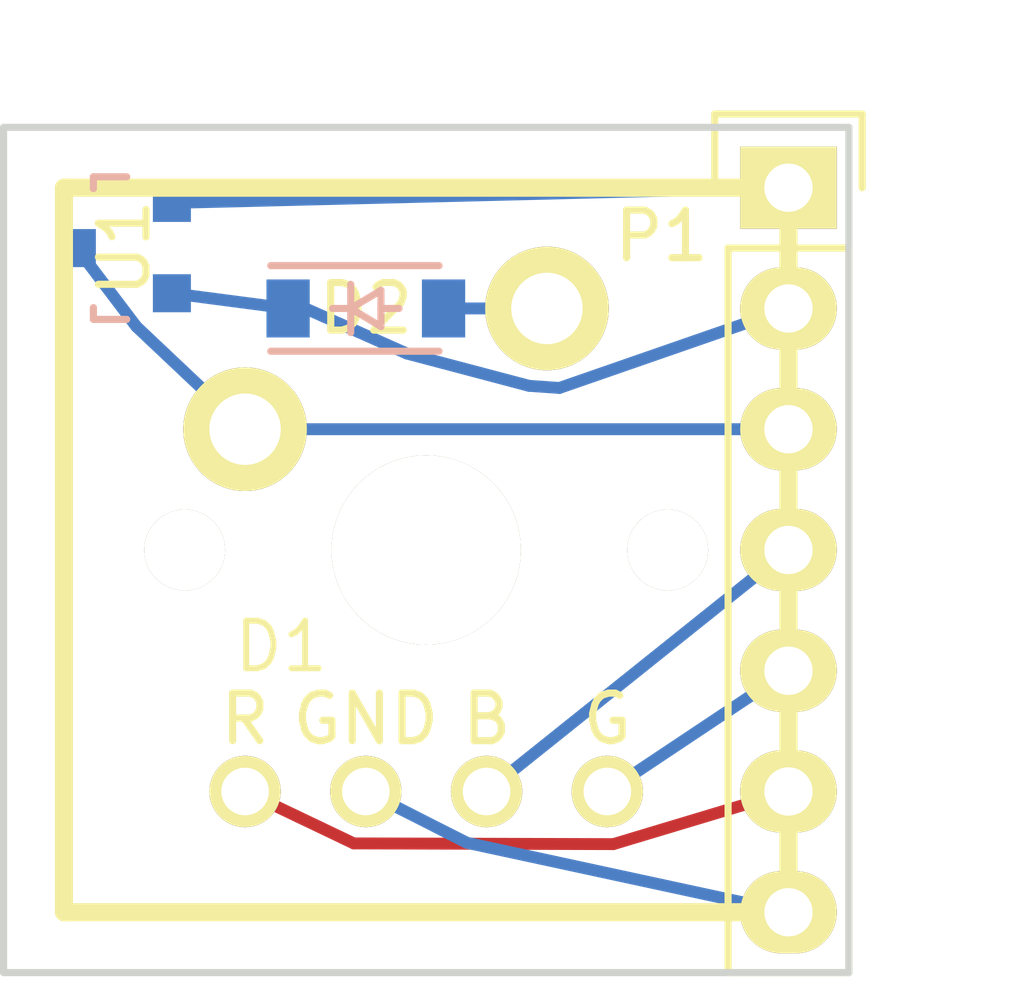
<source format=kicad_pcb>
(kicad_pcb (version 4) (host pcbnew 4.0.1-stable)

  (general
    (links 10)
    (no_connects 0)
    (area -8.965001 -11.845 12.728334 10.6267)
    (thickness 1.6)
    (drawings 4)
    (tracks 18)
    (zones 0)
    (modules 5)
    (nets 9)
  )

  (page A4)
  (layers
    (0 F.Cu signal)
    (31 B.Cu signal)
    (32 B.Adhes user)
    (33 F.Adhes user)
    (34 B.Paste user)
    (35 F.Paste user)
    (36 B.SilkS user)
    (37 F.SilkS user)
    (38 B.Mask user)
    (39 F.Mask user)
    (40 Dwgs.User user)
    (41 Cmts.User user)
    (42 Eco1.User user)
    (43 Eco2.User user)
    (44 Edge.Cuts user)
    (45 Margin user)
    (46 B.CrtYd user)
    (47 F.CrtYd user)
    (48 B.Fab user)
    (49 F.Fab user)
  )

  (setup
    (last_trace_width 0.25)
    (trace_clearance 0.2)
    (zone_clearance 0.508)
    (zone_45_only no)
    (trace_min 0.2)
    (segment_width 0.2)
    (edge_width 0.15)
    (via_size 0.6)
    (via_drill 0.4)
    (via_min_size 0.4)
    (via_min_drill 0.3)
    (uvia_size 0.3)
    (uvia_drill 0.1)
    (uvias_allowed no)
    (uvia_min_size 0.2)
    (uvia_min_drill 0.1)
    (pcb_text_width 0.3)
    (pcb_text_size 1.5 1.5)
    (mod_edge_width 0.15)
    (mod_text_size 1 1)
    (mod_text_width 0.15)
    (pad_size 1.524 1.524)
    (pad_drill 0.762)
    (pad_to_mask_clearance 0.2)
    (aux_axis_origin 0 0)
    (visible_elements 7FFFFFFF)
    (pcbplotparams
      (layerselection 0x00030_80000001)
      (usegerberextensions false)
      (excludeedgelayer true)
      (linewidth 0.100000)
      (plotframeref false)
      (viasonmask false)
      (mode 1)
      (useauxorigin false)
      (hpglpennumber 1)
      (hpglpenspeed 20)
      (hpglpendiameter 15)
      (hpglpenoverlay 2)
      (psnegative false)
      (psa4output false)
      (plotreference true)
      (plotvalue true)
      (plotinvisibletext false)
      (padsonsilk false)
      (subtractmaskfromsilk false)
      (outputformat 1)
      (mirror false)
      (drillshape 1)
      (scaleselection 1)
      (outputdirectory ""))
  )

  (net 0 "")
  (net 1 /Row)
  (net 2 "Net-(D2-Pad2)")
  (net 3 /SCIO)
  (net 4 /Col)
  (net 5 /LED-3)
  (net 6 /LED-2)
  (net 7 /LED-4)
  (net 8 /LED-1)

  (net_class Default "This is the default net class."
    (clearance 0.2)
    (trace_width 0.25)
    (via_dia 0.6)
    (via_drill 0.4)
    (uvia_dia 0.3)
    (uvia_drill 0.1)
    (add_net /Col)
    (add_net /LED-1)
    (add_net /LED-2)
    (add_net /LED-3)
    (add_net /LED-4)
    (add_net /Row)
    (add_net /SCIO)
    (add_net "Net-(D2-Pad2)")
  )

  (module prettylib:RGB (layer F.Cu) (tedit 56F09324) (tstamp 57235DBA)
    (at 0 0)
    (path /57227EDF)
    (fp_text reference D1 (at -3.048 2.032) (layer F.SilkS)
      (effects (font (size 1 1) (thickness 0.125)))
    )
    (fp_text value Led_RGB_CA (at 0 0) (layer F.SilkS) hide
      (effects (font (size 0.127 0.127) (thickness 0.000001)))
    )
    (fp_text user G (at 3.81 3.556) (layer F.SilkS)
      (effects (font (size 1 1) (thickness 0.15)))
    )
    (fp_text user B (at 1.27 3.556) (layer F.SilkS)
      (effects (font (size 1 1) (thickness 0.15)))
    )
    (fp_text user GND (at -1.27 3.556) (layer F.SilkS)
      (effects (font (size 1 1) (thickness 0.15)))
    )
    (fp_text user R (at -3.81 3.556) (layer F.SilkS)
      (effects (font (size 1 1) (thickness 0.15)))
    )
    (pad 3 thru_hole circle (at 3.81 5.08) (size 1.5 1.5) (drill 1) (layers *.Cu *.Mask F.SilkS)
      (net 5 /LED-3))
    (pad 2 thru_hole circle (at -3.81 5.08) (size 1.5 1.5) (drill 1) (layers *.Cu *.Mask F.SilkS)
      (net 6 /LED-2))
    (pad 4 thru_hole circle (at 1.27 5.08) (size 1.5 1.5) (drill 1) (layers *.Cu *.Mask F.SilkS)
      (net 7 /LED-4))
    (pad 1 thru_hole circle (at -1.27 5.08) (size 1.5 1.5) (drill 1) (layers *.Cu *.Mask F.SilkS)
      (net 8 /LED-1))
    (model cherry_mx1.wrl
      (at (xyz 0 0 0))
      (scale (xyz 1 1 1))
      (rotate (xyz 0 0 0))
    )
  )

  (module Diodes_SMD:SOD-123 (layer B.Cu) (tedit 57235F50) (tstamp 57235DC0)
    (at -1.27 -5.08)
    (descr SOD-123)
    (tags SOD-123)
    (path /57227F44)
    (attr smd)
    (fp_text reference D2 (at 0 0) (layer F.SilkS)
      (effects (font (size 1 1) (thickness 0.15)))
    )
    (fp_text value D (at 0 -2.1) (layer B.Fab)
      (effects (font (size 1 1) (thickness 0.15)) (justify mirror))
    )
    (fp_line (start 0.3175 0) (end 0.6985 0) (layer B.SilkS) (width 0.15))
    (fp_line (start -0.6985 0) (end -0.3175 0) (layer B.SilkS) (width 0.15))
    (fp_line (start -0.3175 0) (end 0.3175 0.381) (layer B.SilkS) (width 0.15))
    (fp_line (start 0.3175 0.381) (end 0.3175 -0.381) (layer B.SilkS) (width 0.15))
    (fp_line (start 0.3175 -0.381) (end -0.3175 0) (layer B.SilkS) (width 0.15))
    (fp_line (start -0.3175 0.508) (end -0.3175 -0.508) (layer B.SilkS) (width 0.15))
    (fp_line (start -2.25 1.05) (end 2.25 1.05) (layer B.CrtYd) (width 0.05))
    (fp_line (start 2.25 1.05) (end 2.25 -1.05) (layer B.CrtYd) (width 0.05))
    (fp_line (start 2.25 -1.05) (end -2.25 -1.05) (layer B.CrtYd) (width 0.05))
    (fp_line (start -2.25 1.05) (end -2.25 -1.05) (layer B.CrtYd) (width 0.05))
    (fp_line (start -2 -0.9) (end 1.54 -0.9) (layer B.SilkS) (width 0.15))
    (fp_line (start -2 0.9) (end 1.54 0.9) (layer B.SilkS) (width 0.15))
    (pad 1 smd rect (at -1.635 0) (size 0.91 1.22) (layers B.Cu B.Paste B.Mask)
      (net 1 /Row))
    (pad 2 smd rect (at 1.635 0) (size 0.91 1.22) (layers B.Cu B.Paste B.Mask)
      (net 2 "Net-(D2-Pad2)"))
  )

  (module Pin_Headers:Pin_Header_Straight_1x07 (layer F.Cu) (tedit 57235F5A) (tstamp 57235DCB)
    (at 7.62 -7.62)
    (descr "Through hole pin header")
    (tags "pin header")
    (path /57228256)
    (fp_text reference P1 (at -2.667 1.016) (layer F.SilkS)
      (effects (font (size 1 1) (thickness 0.15)))
    )
    (fp_text value CONN_01X07 (at 0 -3.1) (layer F.Fab)
      (effects (font (size 1 1) (thickness 0.15)))
    )
    (fp_line (start -1.75 -1.75) (end -1.75 17) (layer F.CrtYd) (width 0.05))
    (fp_line (start 1.75 -1.75) (end 1.75 17) (layer F.CrtYd) (width 0.05))
    (fp_line (start -1.75 -1.75) (end 1.75 -1.75) (layer F.CrtYd) (width 0.05))
    (fp_line (start -1.75 17) (end 1.75 17) (layer F.CrtYd) (width 0.05))
    (fp_line (start 1.27 1.27) (end 1.27 16.51) (layer F.SilkS) (width 0.15))
    (fp_line (start 1.27 16.51) (end -1.27 16.51) (layer F.SilkS) (width 0.15))
    (fp_line (start -1.27 16.51) (end -1.27 1.27) (layer F.SilkS) (width 0.15))
    (fp_line (start 1.55 -1.55) (end 1.55 0) (layer F.SilkS) (width 0.15))
    (fp_line (start 1.27 1.27) (end -1.27 1.27) (layer F.SilkS) (width 0.15))
    (fp_line (start -1.55 0) (end -1.55 -1.55) (layer F.SilkS) (width 0.15))
    (fp_line (start -1.55 -1.55) (end 1.55 -1.55) (layer F.SilkS) (width 0.15))
    (pad 1 thru_hole rect (at 0 0) (size 2.032 1.7272) (drill 1.016) (layers *.Cu *.Mask F.SilkS)
      (net 3 /SCIO))
    (pad 2 thru_hole oval (at 0 2.54) (size 2.032 1.7272) (drill 1.016) (layers *.Cu *.Mask F.SilkS)
      (net 1 /Row))
    (pad 3 thru_hole oval (at 0 5.08) (size 2.032 1.7272) (drill 1.016) (layers *.Cu *.Mask F.SilkS)
      (net 4 /Col))
    (pad 4 thru_hole oval (at 0 7.62) (size 2.032 1.7272) (drill 1.016) (layers *.Cu *.Mask F.SilkS)
      (net 7 /LED-4))
    (pad 5 thru_hole oval (at 0 10.16) (size 2.032 1.7272) (drill 1.016) (layers *.Cu *.Mask F.SilkS)
      (net 5 /LED-3))
    (pad 6 thru_hole oval (at 0 12.7) (size 2.032 1.7272) (drill 1.016) (layers *.Cu *.Mask F.SilkS)
      (net 6 /LED-2))
    (pad 7 thru_hole oval (at 0 15.24) (size 2.032 1.7272) (drill 1.016) (layers *.Cu *.Mask F.SilkS)
      (net 8 /LED-1))
    (model Pin_Headers.3dshapes/Pin_Header_Straight_1x07.wrl
      (at (xyz 0 -0.3 0))
      (scale (xyz 1 1 1))
      (rotate (xyz 0 0 90))
    )
  )

  (module prettylib:MX1A (layer F.Cu) (tedit 56F090F3) (tstamp 57235DD4)
    (at 0 0)
    (path /57227BED)
    (fp_text reference SW1 (at -4.826 9.2075) (layer F.SilkS) hide
      (effects (font (thickness 0.3048)))
    )
    (fp_text value SW_PUSH (at 0 -8.255) (layer F.SilkS) hide
      (effects (font (thickness 0.3048)))
    )
    (fp_line (start -7.62 -7.62) (end 7.62 -7.62) (layer F.SilkS) (width 0.381))
    (fp_line (start 7.62 -7.62) (end 7.62 7.62) (layer F.SilkS) (width 0.381))
    (fp_line (start 7.62 7.62) (end -7.62 7.62) (layer F.SilkS) (width 0.381))
    (fp_line (start -7.62 7.62) (end -7.62 -7.62) (layer F.SilkS) (width 0.381))
    (pad 0 thru_hole circle (at 0 0) (size 3.98018 3.98018) (drill 3.98018) (layers *.Cu *.Mask F.SilkS))
    (pad 2 thru_hole circle (at 2.54 -5.08) (size 2.6 2.6) (drill 1.5011) (layers *.Cu *.Mask F.SilkS)
      (net 2 "Net-(D2-Pad2)"))
    (pad 1 thru_hole circle (at -3.81 -2.54) (size 2.6 2.6) (drill 1.5011) (layers *.Cu *.Mask F.SilkS)
      (net 4 /Col))
    (pad "" thru_hole circle (at -5.08 0) (size 1.69926 1.69926) (drill 1.69926) (layers *.Cu *.Mask F.SilkS))
    (pad "" thru_hole circle (at 5.08 0) (size 1.69926 1.69926) (drill 1.69926) (layers *.Cu *.Mask F.SilkS))
    (model cherry_mx1.wrl
      (at (xyz 0 0 0))
      (scale (xyz 1 1 1))
      (rotate (xyz 0 0 0))
    )
  )

  (module TO_SOT_Packages_SMD:SOT-23 (layer B.Cu) (tedit 57235F33) (tstamp 57235DDB)
    (at -6.35 -6.35 270)
    (descr "SOT-23, Standard")
    (tags SOT-23)
    (path /5722881F)
    (attr smd)
    (fp_text reference U1 (at 0 0 270) (layer F.SilkS)
      (effects (font (size 1 1) (thickness 0.15)))
    )
    (fp_text value 11AA010T (at 0 -2.3 270) (layer B.Fab)
      (effects (font (size 1 1) (thickness 0.15)) (justify mirror))
    )
    (fp_line (start -1.65 1.6) (end 1.65 1.6) (layer B.CrtYd) (width 0.05))
    (fp_line (start 1.65 1.6) (end 1.65 -1.6) (layer B.CrtYd) (width 0.05))
    (fp_line (start 1.65 -1.6) (end -1.65 -1.6) (layer B.CrtYd) (width 0.05))
    (fp_line (start -1.65 -1.6) (end -1.65 1.6) (layer B.CrtYd) (width 0.05))
    (fp_line (start 1.29916 0.65024) (end 1.2509 0.65024) (layer B.SilkS) (width 0.15))
    (fp_line (start -1.49982 -0.0508) (end -1.49982 0.65024) (layer B.SilkS) (width 0.15))
    (fp_line (start -1.49982 0.65024) (end -1.2509 0.65024) (layer B.SilkS) (width 0.15))
    (fp_line (start 1.29916 0.65024) (end 1.49982 0.65024) (layer B.SilkS) (width 0.15))
    (fp_line (start 1.49982 0.65024) (end 1.49982 -0.0508) (layer B.SilkS) (width 0.15))
    (pad 1 smd rect (at -0.95 -1.00076 270) (size 0.8001 0.8001) (layers B.Cu B.Paste B.Mask)
      (net 3 /SCIO))
    (pad 2 smd rect (at 0.95 -1.00076 270) (size 0.8001 0.8001) (layers B.Cu B.Paste B.Mask)
      (net 1 /Row))
    (pad 3 smd rect (at 0 0.99822 270) (size 0.8001 0.8001) (layers B.Cu B.Paste B.Mask)
      (net 4 /Col))
    (model TO_SOT_Packages_SMD.3dshapes/SOT-23.wrl
      (at (xyz 0 0 0))
      (scale (xyz 1 1 1))
      (rotate (xyz 0 0 0))
    )
  )

  (gr_line (start -8.89 8.89) (end -8.89 -8.89) (angle 90) (layer Edge.Cuts) (width 0.15))
  (gr_line (start 8.89 8.89) (end -8.89 8.89) (angle 90) (layer Edge.Cuts) (width 0.15))
  (gr_line (start 8.89 -8.89) (end 8.89 8.89) (angle 90) (layer Edge.Cuts) (width 0.15))
  (gr_line (start -8.89 -8.89) (end 8.89 -8.89) (angle 90) (layer Edge.Cuts) (width 0.15))

  (segment (start 7.62 -5.08) (end 2.801322 -3.4079) (width 0.25) (layer B.Cu) (net 1) (status 10))
  (segment (start -0.407186 -4.132082) (end -2.54 -5.08) (width 0.25) (layer B.Cu) (net 1) (tstamp 57235E36) (status 20))
  (segment (start 2.160683 -3.452942) (end -0.407186 -4.132082) (width 0.25) (layer B.Cu) (net 1) (tstamp 57235E35))
  (segment (start 2.801322 -3.4079) (end 2.160683 -3.452942) (width 0.25) (layer B.Cu) (net 1) (tstamp 57235E32))
  (segment (start -2.54 -5.08) (end -2.905 -5.08) (width 0.25) (layer B.Cu) (net 1) (tstamp 57235E39) (status 30))
  (segment (start -5.34924 -5.4) (end -2.905 -5.08) (width 0.25) (layer B.Cu) (net 1) (status 30))
  (segment (start 2.54 -5.08) (end 0.365 -5.08) (width 0.25) (layer B.Cu) (net 2) (status 30))
  (segment (start 7.62 -7.62) (end -5.34924 -7.3) (width 0.25) (layer B.Cu) (net 3) (status 30))
  (segment (start -3.81 -2.54) (end 7.62 -2.54) (width 0.25) (layer B.Cu) (net 4) (status 30))
  (segment (start -7.34822 -6.35) (end -6.096 -4.699) (width 0.25) (layer B.Cu) (net 4) (status 10))
  (segment (start -6.096 -4.699) (end -3.81 -2.54) (width 0.25) (layer B.Cu) (net 4) (tstamp 57235E3F) (status 20))
  (segment (start 3.81 5.08) (end 7.62 2.54) (width 0.25) (layer B.Cu) (net 5) (tstamp 57235EA9) (status 30))
  (segment (start -3.81 5.08) (end -1.523859 6.172174) (width 0.25) (layer F.Cu) (net 6) (status 10))
  (segment (start 3.936807 6.18731) (end 7.62 5.08) (width 0.25) (layer F.Cu) (net 6) (tstamp 57235EE5) (status 20))
  (segment (start -1.523859 6.172174) (end 3.936807 6.18731) (width 0.25) (layer F.Cu) (net 6) (tstamp 57235EDC))
  (segment (start 1.27 5.08) (end 7.62 0) (width 0.25) (layer B.Cu) (net 7) (tstamp 57235E9A) (status 30))
  (segment (start -1.27 5.08) (end 0.856873 6.15931) (width 0.25) (layer B.Cu) (net 8) (tstamp 57235EC2) (status 10))
  (segment (start 0.856873 6.15931) (end 7.62 7.62) (width 0.25) (layer B.Cu) (net 8) (tstamp 57235EC3) (status 20))

)

</source>
